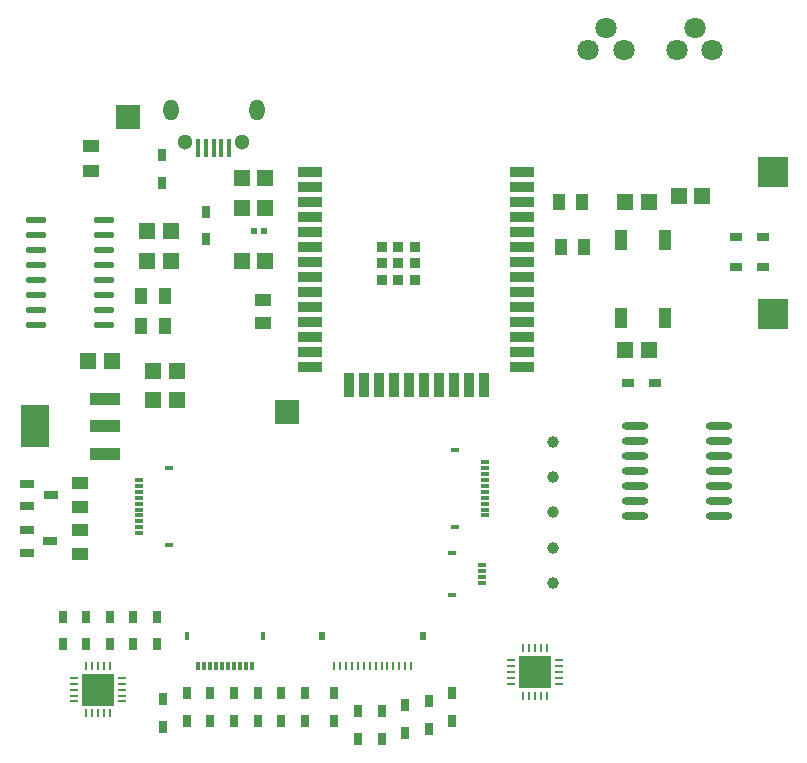
<source format=gbr>
%TF.GenerationSoftware,KiCad,Pcbnew,8.0.4*%
%TF.CreationDate,2025-01-08T21:09:23+00:00*%
%TF.ProjectId,esp32-c,65737033-322d-4632-9e6b-696361645f70,rev?*%
%TF.SameCoordinates,Original*%
%TF.FileFunction,Soldermask,Top*%
%TF.FilePolarity,Negative*%
%FSLAX46Y46*%
G04 Gerber Fmt 4.6, Leading zero omitted, Abs format (unit mm)*
G04 Created by KiCad (PCBNEW 8.0.4) date 2025-01-08 21:09:23*
%MOMM*%
%LPD*%
G01*
G04 APERTURE LIST*
%ADD10C,1.800000*%
%ADD11R,2.700000X2.700000*%
%ADD12R,0.280010X0.800000*%
%ADD13R,0.800000X0.280010*%
%ADD14R,0.750013X1.000000*%
%ADD15R,1.410008X1.350013*%
%ADD16R,0.800000X0.450013*%
%ADD17R,0.800000X0.300000*%
%ADD18C,1.000000*%
%ADD19R,2.000000X2.000000*%
%ADD20R,1.000000X0.750013*%
%ADD21R,0.400000X0.800000*%
%ADD22R,0.300000X0.800000*%
%ADD23O,1.745009X0.559995*%
%ADD24R,1.250013X0.700000*%
%ADD25R,1.132537X1.377013*%
%ADD26R,2.500000X2.500000*%
%ADD27R,0.800000X0.400000*%
%ADD28R,0.900000X0.900000*%
%ADD29R,2.100000X0.950013*%
%ADD30R,0.950013X2.100000*%
%ADD31C,1.300000*%
%ADD32O,1.300000X1.800000*%
%ADD33R,0.400000X1.600000*%
%ADD34R,1.000000X1.700000*%
%ADD35R,0.565659X0.540005*%
%ADD36R,1.377013X1.132537*%
%ADD37R,0.250013X0.800000*%
%ADD38R,0.600000X0.800000*%
%ADD39O,2.231013X0.602007*%
%ADD40R,1.399543X1.000000*%
%ADD41R,2.340005X3.600000*%
%ADD42R,2.500000X1.100000*%
G04 APERTURE END LIST*
D10*
%TO.C,U15*%
X163999873Y-74350140D03*
X160999873Y-74350140D03*
X162500000Y-72500000D03*
%TD*%
%TO.C,U14*%
X156499873Y-74350140D03*
X153499873Y-74350140D03*
X155000000Y-72500000D03*
%TD*%
D11*
%TO.C,U4*%
X112000000Y-128500000D03*
D12*
X113000000Y-130500000D03*
X112499873Y-130500000D03*
X112000000Y-130500000D03*
X111499873Y-130500000D03*
X111000000Y-130500000D03*
D13*
X110000000Y-129500000D03*
X110000000Y-128999873D03*
X110000000Y-128500000D03*
X110000000Y-127999873D03*
X110000000Y-127500000D03*
D12*
X111000000Y-126500000D03*
X111499873Y-126500000D03*
X112000000Y-126500000D03*
X112499873Y-126500000D03*
X113000000Y-126500000D03*
D13*
X114000000Y-127500000D03*
X114000000Y-127999873D03*
X114000000Y-128500000D03*
X114000000Y-128999873D03*
X114000000Y-129500000D03*
%TD*%
D14*
%TO.C,D24*%
X117000000Y-122327407D03*
X117000000Y-124672593D03*
%TD*%
%TO.C,D25*%
X125500000Y-128827407D03*
X125500000Y-131172593D03*
%TD*%
D11*
%TO.C,U1*%
X149000000Y-127000000D03*
D13*
X151000000Y-126000000D03*
X151000000Y-126500127D03*
X151000000Y-127000000D03*
X151000000Y-127500127D03*
X151000000Y-128000000D03*
D12*
X150000000Y-129000000D03*
X149499873Y-129000000D03*
X149000000Y-129000000D03*
X148499873Y-129000000D03*
X148000000Y-129000000D03*
D13*
X147000000Y-128000000D03*
X147000000Y-127500127D03*
X147000000Y-127000000D03*
X147000000Y-126500127D03*
X147000000Y-126000000D03*
D12*
X148000000Y-125000000D03*
X148499873Y-125000000D03*
X149000000Y-125000000D03*
X149499873Y-125000000D03*
X150000000Y-125000000D03*
%TD*%
D15*
%TO.C,C11*%
X126154814Y-85209652D03*
X124154814Y-85209652D03*
%TD*%
%TO.C,C1*%
X111154814Y-100709652D03*
X113154814Y-100709652D03*
%TD*%
D14*
%TO.C,D10*%
X138000000Y-129827407D03*
X138000000Y-132172593D03*
%TD*%
D16*
%TO.C,U7*%
X142000000Y-116950088D03*
X142000000Y-120500000D03*
D17*
X144495046Y-119474853D03*
X144495046Y-118974980D03*
X144495046Y-118474853D03*
X144495046Y-117974980D03*
%TD*%
D14*
%TO.C,D27*%
X121500000Y-128827407D03*
X121500000Y-131172593D03*
%TD*%
%TO.C,D20*%
X127500000Y-128827407D03*
X127500000Y-131172593D03*
%TD*%
D18*
%TO.C,TP2*%
X150500000Y-110500000D03*
%TD*%
D19*
%TO.C,TP17*%
X114500000Y-80000000D03*
%TD*%
D14*
%TO.C,D5*%
X111000000Y-122327407D03*
X111000000Y-124672593D03*
%TD*%
D20*
%TO.C,D21*%
X168327407Y-92709652D03*
X165982221Y-92709652D03*
%TD*%
D18*
%TO.C,TP8*%
X150500000Y-119500000D03*
%TD*%
D14*
%TO.C,D6*%
X109000000Y-122327407D03*
X109000000Y-124672593D03*
%TD*%
D15*
%TO.C,C9*%
X116654814Y-101500000D03*
X118654814Y-101500000D03*
%TD*%
D19*
%TO.C,TP4*%
X128000000Y-105000000D03*
%TD*%
D21*
%TO.C,U10*%
X126000128Y-123999872D03*
X119500000Y-123999872D03*
D22*
X120500000Y-126500000D03*
X121000128Y-126500000D03*
X121500000Y-126500000D03*
X122000128Y-126500000D03*
X122500000Y-126500000D03*
X123000128Y-126500000D03*
X123500000Y-126500000D03*
X124000128Y-126500000D03*
X124500000Y-126500000D03*
X125000128Y-126500000D03*
%TD*%
D23*
%TO.C,U2*%
X106782322Y-97654661D03*
X106782322Y-96384658D03*
X106782322Y-95114656D03*
X106782322Y-93844653D03*
X106782322Y-92574651D03*
X106782322Y-91304648D03*
X106782322Y-90034646D03*
X106782322Y-88764643D03*
X112527306Y-88764643D03*
X112527306Y-90034646D03*
X112527306Y-91304648D03*
X112527306Y-92574651D03*
X112527306Y-93844653D03*
X112527306Y-95114656D03*
X112527306Y-96384658D03*
X112527306Y-97654661D03*
%TD*%
D18*
%TO.C,TP3*%
X150500000Y-113500000D03*
%TD*%
D24*
%TO.C,U8*%
X107949962Y-115949962D03*
X105949962Y-116899924D03*
X105949962Y-115000000D03*
%TD*%
D25*
%TO.C,R5*%
X153000000Y-87209652D03*
X151000000Y-87209652D03*
%TD*%
D26*
%TO.C,TP5*%
X169154814Y-96709652D03*
%TD*%
D15*
%TO.C,C12*%
X116154814Y-89709652D03*
X118154814Y-89709652D03*
%TD*%
D27*
%TO.C,U6*%
X118000128Y-116250064D03*
X118000128Y-109749936D03*
D17*
X115500000Y-110749936D03*
X115500000Y-111250064D03*
X115500000Y-111749936D03*
X115500000Y-112250064D03*
X115500000Y-112749936D03*
X115500000Y-113250064D03*
X115500000Y-113749936D03*
X115500000Y-114250064D03*
X115500000Y-114749936D03*
X115500000Y-115250064D03*
%TD*%
D14*
%TO.C,D2*%
X117419477Y-83277089D03*
X117419477Y-85622275D03*
%TD*%
D15*
%TO.C,C8*%
X126154814Y-87709652D03*
X124154814Y-87709652D03*
%TD*%
D28*
%TO.C,U12*%
X136019299Y-93790678D03*
X137419350Y-93790678D03*
X138819401Y-93790678D03*
X136019299Y-92390627D03*
X137419096Y-92390627D03*
X138819401Y-92390627D03*
X136019299Y-90990577D03*
X137419350Y-90990577D03*
X138819401Y-90990577D03*
D29*
X147919477Y-84709652D03*
X147919477Y-85979655D03*
X147919477Y-87249657D03*
X147919477Y-88519660D03*
X147919477Y-89789662D03*
X147919477Y-91059665D03*
X147919477Y-92329667D03*
X147919477Y-93599670D03*
X147919477Y-94869672D03*
X147919477Y-96139675D03*
X147919477Y-97409677D03*
X147919477Y-98679680D03*
X147919477Y-99949682D03*
X147919477Y-101219685D03*
D30*
X144634488Y-102714732D03*
X143364486Y-102714732D03*
X142094483Y-102714732D03*
X140824481Y-102714732D03*
X139554478Y-102714732D03*
X138284476Y-102714732D03*
X137014473Y-102714732D03*
X135744471Y-102714732D03*
X134474468Y-102714732D03*
X133204466Y-102714732D03*
D29*
X129919223Y-101219685D03*
X129919223Y-99949682D03*
X129919223Y-98679680D03*
X129919223Y-97409677D03*
X129919223Y-96139675D03*
X129919223Y-94869672D03*
X129919223Y-93599670D03*
X129919223Y-92329667D03*
X129919223Y-91059665D03*
X129919223Y-89789662D03*
X129919223Y-88519660D03*
X129919223Y-87249657D03*
X129919223Y-85979655D03*
X129919223Y-84709652D03*
%TD*%
D14*
%TO.C,D29*%
X117500000Y-129327407D03*
X117500000Y-131672593D03*
%TD*%
%TO.C,D11*%
X140000000Y-129500000D03*
X140000000Y-131845186D03*
%TD*%
D31*
%TO.C,USB1*%
X124219579Y-82119735D03*
D32*
X125419477Y-79449682D03*
X118169795Y-79449682D03*
D31*
X119369693Y-82119989D03*
D33*
X120494661Y-82642468D03*
X121144649Y-82642468D03*
X121794636Y-82642468D03*
X122444623Y-82642468D03*
X123094611Y-82642468D03*
%TD*%
D18*
%TO.C,TP7*%
X150500000Y-116500000D03*
%TD*%
D25*
%TO.C,R4*%
X153154814Y-91000000D03*
X151154814Y-91000000D03*
%TD*%
D34*
%TO.C,BOOT1*%
X160005005Y-90409677D03*
X160005030Y-97009627D03*
X156304598Y-90409677D03*
X156304623Y-97009627D03*
%TD*%
D20*
%TO.C,D13*%
X159172593Y-102500000D03*
X156827407Y-102500000D03*
%TD*%
D15*
%TO.C,C4*%
X161154814Y-86709652D03*
X163154814Y-86709652D03*
%TD*%
D35*
%TO.C,R7*%
X125221997Y-89709652D03*
X126087631Y-89709652D03*
%TD*%
D25*
%TO.C,R1*%
X115654814Y-97709652D03*
X117654814Y-97709652D03*
%TD*%
D36*
%TO.C,R9*%
X126000000Y-95500000D03*
X126000000Y-97500000D03*
%TD*%
%TO.C,R2*%
X110449962Y-111000000D03*
X110449962Y-113000000D03*
%TD*%
D14*
%TO.C,D9*%
X136000000Y-130327407D03*
X136000000Y-132672593D03*
%TD*%
%TO.C,D3*%
X115000000Y-122327407D03*
X115000000Y-124672593D03*
%TD*%
D26*
%TO.C,TP6*%
X169154814Y-84709652D03*
%TD*%
D14*
%TO.C,D26*%
X123500000Y-128827407D03*
X123500000Y-131172593D03*
%TD*%
%TO.C,D1*%
X129500000Y-128827407D03*
X129500000Y-131172593D03*
%TD*%
D36*
%TO.C,R3*%
X110449962Y-115000000D03*
X110449962Y-117000000D03*
%TD*%
D14*
%TO.C,D8*%
X134000000Y-130327407D03*
X134000000Y-132672593D03*
%TD*%
D37*
%TO.C,U13*%
X132000000Y-126500128D03*
X132500128Y-126500128D03*
X133000000Y-126500128D03*
X133500128Y-126500128D03*
X134000000Y-126500128D03*
X134500128Y-126500128D03*
X135000000Y-126500128D03*
X135500128Y-126500128D03*
X136000000Y-126500128D03*
X136500128Y-126500128D03*
X137000000Y-126500128D03*
X137500128Y-126500128D03*
X138000000Y-126500128D03*
X138500128Y-126500128D03*
D38*
X131000000Y-124000000D03*
X139500128Y-124000000D03*
%TD*%
D14*
%TO.C,D4*%
X113000000Y-122327407D03*
X113000000Y-124672593D03*
%TD*%
D39*
%TO.C,U5*%
X164565405Y-106189992D03*
X164565405Y-107459995D03*
X164565405Y-108729997D03*
X164565405Y-110000000D03*
X164565405Y-111270003D03*
X164565405Y-112540005D03*
X164565405Y-113810008D03*
X157434595Y-113810008D03*
X157434595Y-112540005D03*
X157434595Y-111270003D03*
X157434595Y-110000000D03*
X157434595Y-108729997D03*
X157434595Y-107459995D03*
X157434595Y-106189992D03*
%TD*%
D15*
%TO.C,C13*%
X124154814Y-92209652D03*
X126154814Y-92209652D03*
%TD*%
D27*
%TO.C,U11*%
X142249936Y-108249936D03*
X142249936Y-114750064D03*
D17*
X144750064Y-113750064D03*
X144750064Y-113249936D03*
X144750064Y-112750064D03*
X144750064Y-112249936D03*
X144750064Y-111750064D03*
X144750064Y-111249936D03*
X144750064Y-110750064D03*
X144750064Y-110249936D03*
X144750064Y-109750064D03*
X144750064Y-109249936D03*
%TD*%
D15*
%TO.C,C2*%
X158654814Y-87209652D03*
X156654814Y-87209652D03*
%TD*%
%TO.C,C6*%
X116654814Y-104000000D03*
X118654814Y-104000000D03*
%TD*%
D20*
%TO.C,D22*%
X168327407Y-90209652D03*
X165982221Y-90209652D03*
%TD*%
D15*
%TO.C,C10*%
X158654814Y-99709652D03*
X156654814Y-99709652D03*
%TD*%
D40*
%TO.C,LED1*%
X111419477Y-82449682D03*
X111419477Y-84550266D03*
%TD*%
D14*
%TO.C,D23*%
X121154814Y-88037059D03*
X121154814Y-90382245D03*
%TD*%
%TO.C,D28*%
X119500000Y-128827407D03*
X119500000Y-131172593D03*
%TD*%
D25*
%TO.C,R10*%
X115654814Y-95209652D03*
X117654814Y-95209652D03*
%TD*%
D15*
%TO.C,C5*%
X116154814Y-92209652D03*
X118154814Y-92209652D03*
%TD*%
D24*
%TO.C,U3*%
X108000000Y-112000000D03*
X106000000Y-112949962D03*
X106000000Y-111050038D03*
%TD*%
D14*
%TO.C,D7*%
X132000000Y-128827407D03*
X132000000Y-131172593D03*
%TD*%
D41*
%TO.C,U9*%
X106684837Y-106209652D03*
D42*
X112624766Y-103909677D03*
X112624766Y-106209652D03*
X112624766Y-108509627D03*
%TD*%
D14*
%TO.C,D12*%
X142000000Y-128827407D03*
X142000000Y-131172593D03*
%TD*%
D18*
%TO.C,TP1*%
X150500000Y-107500000D03*
%TD*%
M02*

</source>
